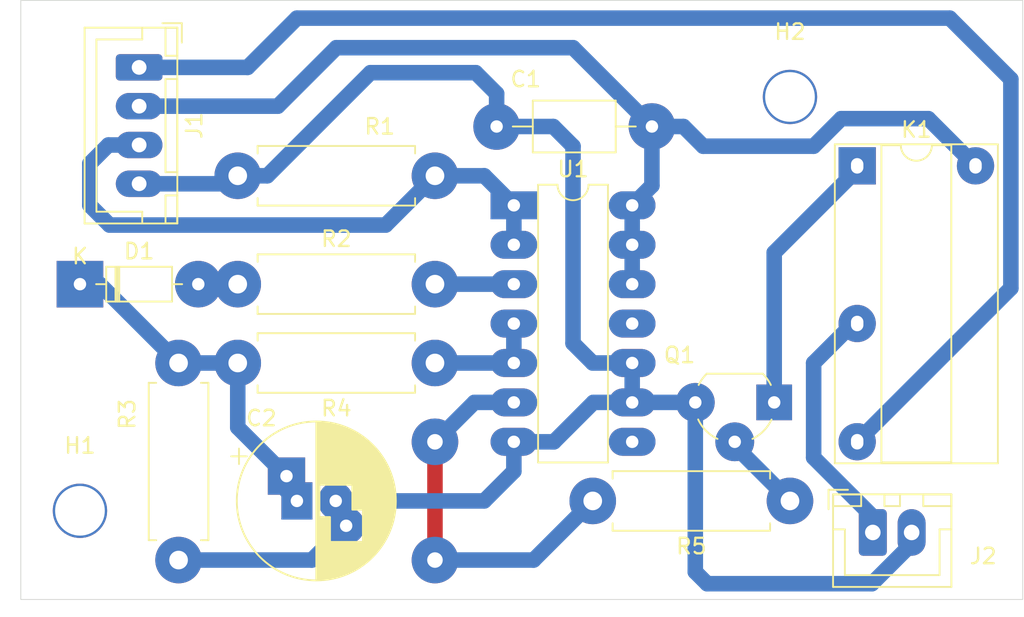
<source format=kicad_pcb>
(kicad_pcb (version 20210606) (generator pcbnew)
  (layers (0 "F.Cu" signal) (31 "B.Cu" signal) (34 "B.Paste" user) (35 "F.Paste" user) (36 "B.SilkS" user "B.Silkscreen") (37 "F.SilkS" user "F.Silkscreen") (38 "B.Mask" user) (39 "F.Mask" user) (44 "Edge.Cuts" user))
  (net 0 "")
  (net 1 "+5V")
  (net 2 "GND")
  (net 3 "Net-(C2-Pad1)")
  (net 4 "Net-(D1-Pad2)")
  (net 5 "Net-(Q1-Pad2)")
  (net 6 "Net-(J2-Pad1)")
  (net 7 "Net-(Q1-Pad1)")
  (net 8 "+24V")
  (net 9 "Net-(J1-Pad3)")
  (net 10 "Net-(R2-Pad2)")
  (net 11 "Net-(R4-Pad1)")
  (net 12 "Net-(R5-Pad2)")
  (footprint "Capacitor_THT:C_Axial_L5.1mm_D3.1mm_P10.00mm_Horizontal" (layer "F.Cu") (at 134.62 123.19 180)
    (fp_text reference "C1" (at 8.128 3.048) (layer "F.SilkS"))
    (fp_text value "100n")
    (fp_line (start 7.67 1.67) (end 7.67 -1.67) (layer "F.SilkS") (width 0.12))
    (fp_line (start 8.96 0) (end 7.67 0) (layer "F.SilkS") (width 0.12))
    (fp_line (start 2.33 1.67) (end 7.67 1.67) (layer "F.SilkS") (width 0.12))
    (fp_line (start 2.33 -1.67) (end 2.33 1.67) (layer "F.SilkS") (width 0.12))
    (fp_line (start 1.04 0) (end 2.33 0) (layer "F.SilkS") (width 0.12))
    (fp_line (start 7.67 -1.67) (end 2.33 -1.67) (layer "F.SilkS") (width 0.12))
    (pad "1" thru_hole circle locked (at 0 0 180) (size 3 3) (drill 0.8) (layers *.Cu *.Mask) (net 1 "+5V"))
    (pad "2" thru_hole oval locked (at 10 0 180) (size 3 3) (drill 0.8) (layers *.Cu *.Mask) (net 2 "GND"))
  )
  (footprint "Capacitor_THT:CP_Radial_D10.0mm_P2.50mm_P5.00mm" (layer "F.Cu") (at 111.76 147.32)
    (fp_text reference "C2" (at -2.286 -5.334) (layer "F.SilkS"))
    (fp_text value "220u")
    (fp_line (start 1.73 -5.058) (end 1.73 -1.04) (layer "F.SilkS") (width 0.12))
    (fp_line (start 2.771 -4.85) (end 2.771 -1.04) (layer "F.SilkS") (width 0.12))
    (fp_line (start 1.49 1.04) (end 1.49 5.075) (layer "F.SilkS") (width 0.12))
    (fp_line (start 2.531 2.64) (end 2.531 4.918) (layer "F.SilkS") (width 0.12))
    (fp_line (start 2.411 -4.947) (end 2.411 -1.04) (layer "F.SilkS") (width 0.12))
    (fp_line (start 3.251 2.64) (end 3.251 4.674) (layer "F.SilkS") (width 0.12))
    (fp_line (start 3.851 2.64) (end 3.851 4.371) (layer "F.SilkS") (width 0.12))
    (fp_line (start 2.931 2.64) (end 2.931 4.797) (layer "F.SilkS") (width 0.12))
    (fp_line (start 4.211 2.64) (end 4.211 4.138) (layer "F.SilkS") (width 0.12))
    (fp_line (start 5.931 -2.037) (end 5.931 2.037) (layer "F.SilkS") (width 0.12))
    (fp_line (start 2.131 -5.004) (end 2.131 -1.04) (layer "F.SilkS") (width 0.12))
    (fp_line (start 4.931 -3.52) (end 4.931 3.52) (layer "F.SilkS") (width 0.12))
    (fp_line (start 2.251 2.64) (end 2.251 4.982) (layer "F.SilkS") (width 0.12))
    (fp_line (start 2.171 -4.997) (end 2.171 -1.04) (layer "F.SilkS") (width 0.12))
    (fp_line (start 2.211 2.64) (end 2.211 4.99) (layer "F.SilkS") (width 0.12))
    (fp_line (start 3.811 -4.395) (end 3.811 0.56) (layer "F.SilkS") (width 0.12))
    (fp_line (start 2.091 -5.011) (end 2.091 -1.04) (layer "F.SilkS") (width 0.12))
    (fp_line (start 3.931 -4.323) (end 3.931 0.56) (layer "F.SilkS") (width 0.12))
    (fp_line (start 5.131 -3.301) (end 5.131 3.301) (layer "F.SilkS") (width 0.12))
    (fp_line (start 2.251 -4.982) (end 2.251 -1.04) (layer "F.SilkS") (width 0.12))
    (fp_line (start 2.011 -5.024) (end 2.011 -1.04) (layer "F.SilkS") (width 0.12))
    (fp_line (start 5.691 -2.51) (end 5.691 2.51) (layer "F.SilkS") (width 0.12))
    (fp_line (start 3.931 2.64) (end 3.931 4.323) (layer "F.SilkS") (width 0.12))
    (fp_line (start 3.291 -4.657) (end 3.291 -1.04) (layer "F.SilkS") (width 0.12))
    (fp_line (start 1.81 1.04) (end 1.81 5.05) (layer "F.SilkS") (width 0.12))
    (fp_line (start 2.611 2.64) (end 2.611 4.897) (layer "F.SilkS") (width 0.12))
    (fp_line (start 2.811 -4.837) (end 2.811 -1.04) (layer "F.SilkS") (width 0.12))
    (fp_line (start 6.051 -1.742) (end 6.051 1.742) (layer "F.SilkS") (width 0.12))
    (fp_line (start 3.411 -4.603) (end 3.411 -1.04) (layer "F.SilkS") (width 0.12))
    (fp_line (start 4.891 -3.561) (end 4.891 3.561) (layer "F.SilkS") (width 0.12))
    (fp_line (start 3.251 -4.674) (end 3.251 -1.04) (layer "F.SilkS") (width 0.12))
    (fp_line (start 4.851 -3.601) (end 4.851 3.601) (layer "F.SilkS") (width 0.12))
    (fp_line (start 4.011 -4.273) (end 4.011 0.56) (layer "F.SilkS") (width 0.12))
    (fp_line (start 3.091 2.64) (end 3.091 4.738) (layer "F.SilkS") (width 0.12))
    (fp_line (start 2.171 2.64) (end 2.171 4.997) (layer "F.SilkS") (width 0.12))
    (fp_line (start 1.25 -5.08) (end 1.25 5.08) (layer "F.SilkS") (width 0.12))
    (fp_line (start 1.65 1.04) (end 1.65 5.065) (layer "F.SilkS") (width 0.12))
    (fp_line (start 2.651 2.64) (end 2.651 4.885) (layer "F.SilkS") (width 0.12))
    (fp_line (start 3.611 -4.504) (end 3.611 0.56) (layer "F.SilkS") (width 0.12))
    (fp_line (start -3.729646 -3.375) (end -3.729646 -2.375) (layer "F.SilkS") (width 0.12))
    (fp_line (start 2.531 -4.918) (end 2.531 -1.04) (layer "F.SilkS") (width 0.12))
    (fp_line (start 3.171 -4.707) (end 3.171 -1.04) (layer "F.SilkS") (width 0.12))
    (fp_line (start 2.211 -4.99) (end 2.211 -1.04) (layer "F.SilkS") (width 0.12))
    (fp_line (start 1.69 1.04) (end 1.69 5.062) (layer "F.SilkS") (width 0.12))
    (fp_line (start 2.371 2.64) (end 2.371 4.956) (layer "F.SilkS") (width 0.12))
    (fp_line (start 2.811 2.64) (end 2.811 4.837) (layer "F.SilkS") (width 0.12))
    (fp_line (start 2.691 2.64) (end 2.691 4.874) (layer "F.SilkS") (width 0.12))
    (fp_line (start 2.771 2.64) (end 2.771 4.85) (layer "F.SilkS") (width 0.12))
    (fp_line (start 4.531 -3.892) (end 4.531 3.892) (layer "F.SilkS") (width 0.12))
    (fp_line (start 2.571 2.64) (end 2.571 4.907) (layer "F.SilkS") (width 0.12))
    (fp_line (start 1.65 -5.065) (end 1.65 -1.04) (layer "F.SilkS") (width 0.12))
    (fp_line (start 4.131 -4.194) (end 4.131 0.56) (layer "F.SilkS") (width 0.12))
    (fp_line (start 3.771 -4.417) (end 3.771 0.56) (layer "F.SilkS") (width 0.12))
    (fp_line (start 3.491 -4.564) (end 3.491 -1.04) (layer "F.SilkS") (width 0.12))
    (fp_line (start 2.571 -4.907) (end 2.571 -1.04) (layer "F.SilkS") (width 0.12))
    (fp_line (start 5.211 -3.206) (end 5.211 3.206) (layer "F.SilkS") (width 0.12))
    (fp_line (start 4.171 2.64) (end 4.171 4.166) (layer "F.SilkS") (width 0.12))
    (fp_line (start 3.731 -4.44) (end 3.731 0.56) (layer "F.SilkS") (width 0.12))
    (fp_line (start 3.811 2.64) (end 3.811 4.395) (layer "F.SilkS") (width 0.12))
    (fp_line (start 4.971 -3.478) (end 4.971 3.478) (layer "F.SilkS") (width 0.12))
    (fp_line (start 5.731 -2.439) (end 5.731 2.439) (layer "F.SilkS") (width 0.12))
    (fp_line (start 3.531 -4.545) (end 3.531 -1.04) (layer "F.SilkS") (width 0.12))
    (fp_line (start 1.33 -5.08) (end 1.33 5.08) (layer "F.SilkS") (width 0.12))
    (fp_line (start 1.37 -5.079) (end 1.37 5.079) (layer "F.SilkS") (width 0.12))
    (fp_line (start 5.771 -2.365) (end 5.771 2.365) (layer "F.SilkS") (width 0.12))
    (fp_line (start 2.291 -4.974) (end 2.291 -1.04) (layer "F.SilkS") (width 0.12))
    (fp_line (start 5.971 -1.944) (end 5.971 1.944) (layer "F.SilkS") (width 0.12))
    (fp_line (start 3.131 2.64) (end 3.131 4.723) (layer "F.SilkS") (width 0.12))
    (fp_line (start 1.57 1.04) (end 1.57 5.07) (layer "F.SilkS") (width 0.12))
    (fp_line (start 5.251 -3.156) (end 5.251 3.156) (layer "F.SilkS") (width 0.12))
    (fp_line (start 6.011 -1.846) (end 6.011 1.846) (layer "F.SilkS") (width 0.12))
    (fp_line (start 1.89 1.04) (end 1.89 5.04) (layer "F.SilkS") (width 0.12))
    (fp_line (start 3.371 -4.621) (end 3.371 -1.04) (layer "F.SilkS") (width 0.12))
    (fp_line (start 1.29 -5.08) (end 1.29 5.08) (layer "F.SilkS") (width 0.12))
    (fp_line (start 3.971 2.64) (end 3.971 4.298) (layer "F.SilkS") (width 0.12))
    (fp_line (start 5.291 -3.106) (end 5.291 3.106) (layer "F.SilkS") (width 0.12))
    (fp_line (start 3.651 2.64) (end 3.651 4.483) (layer "F.SilkS") (width 0.12))
    (fp_line (start 3.451 2.64) (end 3.451 4.584) (layer "F.SilkS") (width 0.12))
    (fp_line (start 2.931 -4.797) (end 2.931 -1.04) (layer "F.SilkS") (width 0.12))
    (fp_line (start 3.371 2.64) (end 3.371 4.621) (layer "F.SilkS") (width 0.12))
    (fp_line (start 3.771 2.64) (end 3.771 4.417) (layer "F.SilkS") (width 0.12))
    (fp_line (start 2.651 -4.885) (end 2.651 -1.04) (layer "F.SilkS") (width 0.12))
    (fp_line (start 3.491 2.64) (end 3.491 4.564) (layer "F.SilkS") (width 0.12))
    (fp_line (start 4.451 -3.957) (end 4.451 3.957) (layer "F.SilkS") (width 0.12))
    (fp_line (start 3.731 2.64) (end 3.731 4.44) (layer "F.SilkS") (width 0.12))
    (fp_line (start 4.571 -3.858) (end 4.571 3.858) (layer "F.SilkS") (width 0.12))
    (fp_line (start 6.091 -1.63) (end 6.091 1.63) (layer "F.SilkS") (width 0.12))
    (fp_line (start 1.93 -5.035) (end 1.93 -1.04) (layer "F.SilkS") (width 0.12))
    (fp_line (start 6.131 -1.51) (end 6.131 1.51) (layer "F.SilkS") (width 0.12))
    (fp_line (start 4.491 -3.925) (end 4.491 3.925) (layer "F.SilkS") (width 0.12))
    (fp_line (start 4.171 -4.166) (end 4.171 0.56) (layer "F.SilkS") (width 0.12))
    (fp_line (start 4.651 -3.789) (end 4.651 3.789) (layer "F.SilkS") (width 0.12))
    (fp_line (start 5.611 -2.645) (end 5.611 2.645) (layer "F.SilkS") (width 0.12))
    (fp_line (start 3.171 2.64) (end 3.171 4.707) (layer "F.SilkS") (width 0.12))
    (fp_line (start 3.611 2.64) (end 3.611 4.504) (layer "F.SilkS") (width 0.12))
    (fp_line (start 1.73 1.04) (end 1.73 5.058) (layer "F.SilkS") (width 0.12))
    (fp_line (start 3.531 2.64) (end 3.531 4.545) (layer "F.SilkS") (width 0.12))
    (fp_line (start 3.211 -4.69) (end 3.211 -1.04) (layer "F.SilkS") (width 0.12))
    (fp_line (start 5.331 -3.054) (end 5.331 3.054) (layer "F.SilkS") (width 0.12))
    (fp_line (start 2.331 2.64) (end 2.331 4.965) (layer "F.SilkS") (width 0.12))
    (fp_line (start 1.971 -5.03) (end 1.971 -1.04) (layer "F.SilkS") (width 0.12))
    (fp_line (start 2.291 2.64) (end 2.291 4.974) (layer "F.SilkS") (width 0.12))
    (fp_line (start 2.051 1.04) (end 2.051 5.018) (layer "F.SilkS") (width 0.12))
    (fp_line (start 4.811 -3.64) (end 4.811 3.64) (layer "F.SilkS") (width 0.12))
    (fp_line (start 3.331 -4.639) (end 3.331 -1.04) (layer "F.SilkS") (width 0.12))
    (fp_line (start 4.291 -4.08) (end 4.291 4.08) (layer "F.SilkS") (width 0.12))
    (fp_line (start 3.051 2.64) (end 3.051 4.754) (layer "F.SilkS") (width 0.12))
    (fp_line (start 3.651 -4.483) (end 3.651 0.56) (layer "F.SilkS") (width 0.12))
    (fp_line (start 4.051 2.64) (end 4.051 4.247) (layer "F.SilkS") (width 0.12))
    (fp_line (start 5.451 -2.889) (end 5.451 2.889) (layer "F.SilkS") (width 0.12))
    (fp_line (start 1.77 -5.054) (end 1.77 -1.04) (layer "F.SilkS") (width 0.12))
    (fp_line (start -4.229646 -2.875) (end -3.229646 -2.875) (layer "F.SilkS") (width 0.12))
    (fp_line (start 2.091 1.04) (end 2.091 5.011) (layer "F.SilkS") (width 0.12))
    (fp_line (start 3.851 -4.371) (end 3.851 0.56) (layer "F.SilkS") (width 0.12))
    (fp_line (start 3.691 -4.462) (end 3.691 0.56) (layer "F.SilkS") (width 0.12))
    (fp_line (start 4.091 -4.221) (end 4.091 0.56) (layer "F.SilkS") (width 0.12))
    (fp_line (start 4.011 2.64) (end 4.011 4.273) (layer "F.SilkS") (width 0.12))
    (fp_line (start 4.691 -3.753) (end 4.691 3.753) (layer "F.SilkS") (width 0.12))
    (fp_line (start 4.091 2.64) (end 4.091 4.221) (layer "F.SilkS") (width 0.12))
    (fp_line (start 2.371 -4.956) (end 2.371 -1.04) (layer "F.SilkS") (width 0.12))
    (fp_line (start 2.891 2.64) (end 2.891 4.811) (layer "F.SilkS") (width 0.12))
    (fp_line (start 4.251 -4.11) (end 4.251 4.11) (layer "F.SilkS") (width 0.12))
    (fp_line (start 5.411 -2.945) (end 5.411 2.945) (layer "F.SilkS") (width 0.12))
    (fp_line (start 3.051 -4.754) (end 3.051 -1.04) (layer "F.SilkS") (width 0.12))
    (fp_line (start 1.93 1.04) (end 1.93 5.035) (layer "F.SilkS") (width 0.12))
    (fp_line (start 4.211 -4.138) (end 4.211 0.56) (layer "F.SilkS") (width 0.12))
    (fp_line (start 5.051 -3.392) (end 5.051 3.392) (layer "F.SilkS") (width 0.12))
    (fp_line (start 5.891 -2.125) (end 5.891 2.125) (layer "F.SilkS") (width 0.12))
    (fp_line (start 3.011 2.64) (end 3.011 4.768) (layer "F.SilkS") (width 0.12))
    (fp_line (start 4.771 -3.679) (end 4.771 3.679) (layer "F.SilkS") (width 0.12))
    (fp_line (start 1.89 -5.04) (end 1.89 -1.04) (layer "F.SilkS") (width 0.12))
    (fp_line (start 5.651 -2.579) (end 5.651 2.579) (layer "F.SilkS") (width 0.12))
    (fp_line (start 1.61 1.04) (end 1.61 5.068) (layer "F.SilkS") (width 0.12))
    (fp_line (start 5.091 -3.347) (end 5.091 3.347) (layer "F.SilkS") (width 0.12))
    (fp_line (start 4.371 -4.02) (end 4.371 4.02) (layer "F.SilkS") (width 0.12))
    (fp_line (start 3.011 -4.768) (end 3.011 -1.04) (layer "F.SilkS") (width 0.12))
    (fp_line (start 3.891 2.64) (end 3.891 4.347) (layer "F.SilkS") (width 0.12))
    (fp_line (start 6.211 -1.23) (end 6.211 1.23) (layer "F.SilkS") (width 0.12))
    (fp_line (start 1.971 1.04) (end 1.971 5.03) (layer "F.SilkS") (width 0.12))
    (fp_line (start 3.091 -4.738) (end 3.091 -1.04) (layer "F.SilkS") (width 0.12))
    (fp_line (start 3.411 2.64) (end 3.411 4.603) (layer "F.SilkS") (width 0.12))
    (fp_line (start 3.211 2.64) (end 3.211 4.69) (layer "F.SilkS") (width 0.12))
    (fp_line (start 1.85 1.04) (end 1.85 5.045) (layer "F.SilkS") (width 0.12))
    (fp_line (start 5.171 -3.254) (end 5.171 3.254) (layer "F.SilkS") (width 0.12))
    (fp_line (start 2.451 2.64) (end 2.451 4.938) (layer "F.SilkS") (width 0.12))
    (fp_line (start 5.491 -2.83) (end 5.491 2.83) (layer "F.SilkS") (width 0.12))
    (fp_line (start 1.69 -5.062) (end 1.69 -1.04) (layer "F.SilkS") (width 0.12))
    (fp_line (start 5.811 -2.289) (end 5.811 2.289) (layer "F.SilkS") (width 0.12))
    (fp_line (start 6.331 -0.599) (end 6.331 0.599) (layer "F.SilkS") (width 0.12))
    (fp_line (start 4.131 2.64) (end 4.131 4.194) (layer "F.SilkS") (width 0.12))
    (fp_line (start 2.611 -4.897) (end 2.611 -1.04) (layer "F.SilkS") (width 0.12))
    (fp_line (start 2.051 -5.018) (end 2.051 -1.04) (layer "F.SilkS") (width 0.12))
    (fp_line (start 1.81 -5.05) (end 1.81 -1.04) (layer "F.SilkS") (width 0.12))
    (fp_line (start 2.491 2.64) (end 2.491 4.928) (layer "F.SilkS") (width 0.12))
    (fp_line (start 1.61 -5.068) (end 1.61 -1.04) (layer "F.SilkS") (width 0.12))
    (fp_line (start 3.691 2.64) (end 3.691 4.462) (layer "F.SilkS") (width 0.12))
    (fp_line (start 1.45 -5.077) (end 1.45 5.077) (layer "F.SilkS") (width 0.12))
    (fp_line (start 6.251 -1.062) (end 6.251 1.062) (layer "F.SilkS") (width 0.12))
    (fp_line (start 3.891 -4.347) (end 3.891 0.56) (layer "F.SilkS") (width 0.12))
    (fp_line (start 5.571 -2.709) (end 5.571 2.709) (layer "F.SilkS") (width 0.12))
    (fp_line (start 1.85 -5.045) (end 1.85 -1.04) (layer "F.SilkS") (width 0.12))
    (fp_line (start 4.611 -3.824) (end 4.611 3.824) (layer "F.SilkS") (width 0.12))
    (fp_line (start 4.731 -3.716) (end 4.731 3.716) (layer "F.SilkS") (width 0.12))
    (fp_line (start 3.571 -4.525) (end 3.571 0.56) (layer "F.SilkS") (width 0.12))
    (fp_line (start 2.451 -4.938) (end 2.451 -1.04) (layer "F.SilkS") (width 0.12))
    (fp_line (start 5.851 -2.209) (end 5.851 2.209) (layer "F.SilkS") (width 0.12))
    (fp_line (start 1.53 1.04) (end 1.53 5.073) (layer "F.SilkS") (width 0.12))
    (fp_line (start 3.971 -4.298) (end 3.971 0.56) (layer "F.SilkS") (width 0.12))
    (fp_line (start 2.971 2.64) (end 2.971 4.783) (layer "F.SilkS") (width 0.12))
    (fp_line (start 2.971 -4.783) (end 2.971 -1.04) (layer "F.SilkS") (width 0.12))
    (fp_line (start 2.331 -4.965) (end 2.331 -1.04) (layer "F.SilkS") (width 0.12))
    (fp_line (start 2.891 -4.811) (end 2.891 -1.04) (layer "F.SilkS") (width 0.12))
    (fp_line (start 3.571 2.64) (end 3.571 4.525) (layer "F.SilkS") (width 0.12))
    (fp_line (start 2.731 -4.862) (end 2.731 -1.04) (layer "F.SilkS") (width 0.12))
    (fp_line (start 3.291 2.64) (end 3.291 4.657) (layer "F.SilkS") (width 0.12))
    (fp_line (start 2.851 2.64) (end 2.851 4.824) (layer "F.SilkS") (width 0.12))
    (fp_line (start 2.491 -4.928) (end 2.491 -1.04) (layer "F.SilkS") (width 0.12))
    (fp_line (start 1.41 -5.078) (end 1.41 5.078) (layer "F.SilkS") (width 0.12))
    (fp_line (start 5.371 -3) (end 5.371 3) (layer "F.SilkS") (width 0.12))
    (fp_line (start 2.851 -4.824) (end 2.851 -1.04) (layer "F.SilkS") (width 0.12))
    (fp_line (start 1.77 1.04) (end 1.77 5.054) (layer "F.SilkS") (width 0.12))
    (fp_line (start 2.691 -4.874) (end 2.691 -1.04) (layer "F.SilkS") (width 0.12))
    (fp_line (start 6.171 -1.378) (end 6.171 1.378) (layer "F.SilkS") (width 0.12))
    (fp_line (start 3.451 -4.584) (end 3.451 -1.04) (layer "F.SilkS") (width 0.12))
    (fp_line (start 2.131 1.04) (end 2.131 5.004) (layer "F.SilkS") (width 0.12))
    (fp_line (start 4.411 -3.989) (end 4.411 3.989) (layer "F.SilkS") (width 0.12))
    (fp_line (start 1.57 -5.07) (end 1.57 -1.04) (layer "F.SilkS") (width 0.12))
    (fp_line (start 4.331 -4.05) (end 4.331 4.05) (layer "F.SilkS") (width 0.12))
    (fp_line (start 2.411 2.64) (end 2.411 4.947) (layer "F.SilkS") (width 0.12))
    (fp_line (start 3.331 2.64) (end 3.331 4.639) (layer "F.SilkS") (width 0.12))
    (fp_line (start 1.49 -5.075) (end 1.49 -1.04) (layer "F.SilkS") (width 0.12))
    (fp_line (start 5.011 -3.436) (end 5.011 3.436) (layer "F.SilkS") (width 0.12))
    (fp_line (start 6.291 -0.862) (end 6.291 0.862) (layer "F.SilkS") (width 0.12))
    (fp_line (start 3.131 -4.723) (end 3.131 -1.04) (layer "F.SilkS") (width 0.12))
    (fp_line (start 1.53 -5.073) (end 1.53 -1.04) (layer "F.SilkS") (width 0.12))
    (fp_line (start 5.531 -2.77) (end 5.531 2.77) (layer "F.SilkS") (width 0.12))
    (fp_line (start 2.731 2.64) (end 2.731 4.862) (layer "F.SilkS") (width 0.12))
    (fp_line (start 2.011 1.04) (end 2.011 5.024) (layer "F.SilkS") (width 0.12))
    (fp_line (start 4.051 -4.247) (end 4.051 0.56) (layer "F.SilkS") (width 0.12))
    (fp_circle (center 1.25 0) (end 6.37 0) (layer "F.SilkS") (width 0.12) (fill none))
    (pad "1" thru_hole rect locked (at -0.670937 -1.6) (size 2.4 2.4) (drill 0.8) (layers *.Cu *.Mask) (net 3 "Net-(C2-Pad1)"))
    (pad "1" thru_hole rect locked (at 0 0) (size 2 2.4) (drill 0.8) (layers *.Cu *.Mask) (net 3 "Net-(C2-Pad1)"))
    (pad "2" thru_hole circle locked (at 3.170937 1.6) (size 2.4 2.4) (drill 0.8) (layers *.Cu *.Mask) (net 2 "GND"))
    (pad "2" thru_hole oval locked (at 2.5 0) (size 2.2 2.4) (drill 0.8) (layers *.Cu *.Mask) (net 2 "GND"))
  )
  (footprint "Diode_THT:D_DO-35_SOD27_P7.62mm_Horizontal" (layer "F.Cu") (at 97.79 133.35)
    (fp_text reference "D1" (at 3.81 -2.12) (layer "F.SilkS"))
    (fp_text value "1N4148")
    (fp_text user "K" (at 0 -1.8) (layer "F.SilkS"))
    (fp_line (start 1.69 1.12) (end 5.93 1.12) (layer "F.SilkS") (width 0.12))
    (fp_line (start 2.53 -1.12) (end 2.53 1.12) (layer "F.SilkS") (width 0.12))
    (fp_line (start 6.58 0) (end 5.93 0) (layer "F.SilkS") (width 0.12))
    (fp_line (start 5.93 -1.12) (end 1.69 -1.12) (layer "F.SilkS") (width 0.12))
    (fp_line (start 2.41 -1.12) (end 2.41 1.12) (layer "F.SilkS") (width 0.12))
    (fp_line (start 2.29 -1.12) (end 2.29 1.12) (layer "F.SilkS") (width 0.12))
    (fp_line (start 1.04 0) (end 1.69 0) (layer "F.SilkS") (width 0.12))
    (fp_line (start 1.69 -1.12) (end 1.69 1.12) (layer "F.SilkS") (width 0.12))
    (fp_line (start 5.93 1.12) (end 5.93 -1.12) (layer "F.SilkS") (width 0.12))
    (pad "1" thru_hole rect locked (at 0 0) (size 3 3) (drill 0.8) (layers *.Cu *.Mask) (net 3 "Net-(C2-Pad1)"))
    (pad "2" thru_hole oval locked (at 7.62 0) (size 3 3) (drill 0.8) (layers *.Cu *.Mask) (net 4 "Net-(D1-Pad2)"))
  )
  (footprint "Connector_JST:JST_XH_B02B-XH-A_1x02_P2.50mm_Vertical" (layer "F.Cu") (at 148.844 149.352)
    (fp_text reference "J2" (at 7.112 1.524) (layer "F.SilkS"))
    (fp_text value "Conn_01x02")
    (fp_line (start 1.75 -1.7) (end 1.75 -2.45) (layer "F.SilkS") (width 0.12))
    (fp_line (start -0.75 -2.45) (end -2.55 -2.45) (layer "F.SilkS") (width 0.12))
    (fp_line (start 0.75 -2.45) (end 0.75 -1.7) (layer "F.SilkS") (width 0.12))
    (fp_line (start 5.06 -2.46) (end -2.56 -2.46) (layer "F.SilkS") (width 0.12))
    (fp_line (start -2.55 -0.2) (end -1.8 -0.2) (layer "F.SilkS") (width 0.12))
    (fp_line (start -0.75 -1.7) (end -0.75 -2.45) (layer "F.SilkS") (width 0.12))
    (fp_line (start 5.06 3.51) (end 5.06 -2.46) (layer "F.SilkS") (width 0.12))
    (fp_line (start -2.55 -2.45) (end -2.55 -1.7) (layer "F.SilkS") (width 0.12))
    (fp_line (start 4.3 -0.2) (end 4.3 2.75) (layer "F.SilkS") (width 0.12))
    (fp_line (start 3.25 -1.7) (end 5.05 -1.7) (layer "F.SilkS") (width 0.12))
    (fp_line (start -1.8 -0.2) (end -1.8 2.75) (layer "F.SilkS") (width 0.12))
    (fp_line (start 0.75 -1.7) (end 1.75 -1.7) (layer "F.SilkS") (width 0.12))
    (fp_line (start -1.8 2.75) (end 1.25 2.75) (layer "F.SilkS") (width 0.12))
    (fp_line (start 3.25 -2.45) (end 3.25 -1.7) (layer "F.SilkS") (width 0.12))
    (fp_line (start -2.56 -2.46) (end -2.56 3.51) (layer "F.SilkS") (width 0.12))
    (fp_line (start 5.05 -1.7) (end 5.05 -2.45) (layer "F.SilkS") (width 0.12))
    (fp_line (start -2.85 -2.75) (end -2.85 -1.5) (layer "F.SilkS") (width 0.12))
    (fp_line (start 4.3 2.75) (end 1.25 2.75) (layer "F.SilkS") (width 0.12))
    (fp_line (start -2.55 -1.7) (end -0.75 -1.7) (layer "F.SilkS") (width 0.12))
    (fp_line (start -2.56 3.51) (end 5.06 3.51) (layer "F.SilkS") (width 0.12))
    (fp_line (start 5.05 -0.2) (end 4.3 -0.2) (layer "F.SilkS") (width 0.12))
    (fp_line (start -1.6 -2.75) (end -2.85 -2.75) (layer "F.SilkS") (width 0.12))
    (fp_line (start 1.75 -2.45) (end 0.75 -2.45) (layer "F.SilkS") (width 0.12))
    (fp_line (start 5.05 -2.45) (end 3.25 -2.45) (layer "F.SilkS") (width 0.12))
    (pad "1" thru_hole roundrect locked (at 0 0) (size 1.8 3) (drill 1) (layers *.Cu *.Mask) (roundrect_rratio 0.147) (net 6 "Net-(J2-Pad1)"))
    (pad "2" thru_hole oval locked (at 2.5 0) (size 1.8 3) (drill 1) (layers *.Cu *.Mask) (net 2 "GND"))
  )
  (footprint "Package_TO_SOT_THT:TO-92_Wide" (layer "F.Cu") (at 142.494 140.97 180)
    (fp_text reference "Q1" (at 6.096 3.048 180) (layer "F.SilkS"))
    (fp_text value "BC547")
    (fp_line (start 0.74 1.85) (end 4.34 1.85) (layer "F.SilkS") (width 0.12))
    (fp_arc (start 2.54 0) (end 0.74 1.85) (angle 20) (layer "F.SilkS") (width 0.12))
    (fp_arc (start 2.54 0) (end 4.34 1.85) (angle -20) (layer "F.SilkS") (width 0.12))
    (fp_arc (start 2.54 0) (end 3.65 -2.35) (angle 39.71668247) (layer "F.SilkS") (width 0.12))
    (fp_arc (start 2.54 0) (end 1.4 -2.35) (angle -39.12170074) (layer "F.SilkS") (width 0.12))
    (pad "1" thru_hole rect locked (at 0 0 270) (size 2.3 2.3) (drill 0.8) (layers *.Cu *.Mask) (net 7 "Net-(Q1-Pad1)"))
    (pad "2" thru_hole circle locked (at 2.54 -2.54 270) (size 2.5 2.5) (drill 0.8) (layers *.Cu *.Mask) (net 5 "Net-(Q1-Pad2)"))
    (pad "3" thru_hole circle locked (at 5.08 0 180) (size 2.5 2.5) (drill 0.8) (layers *.Cu *.Mask) (net 2 "GND"))
  )
  (footprint "Resistor_THT:R_Axial_DIN0411_L9.9mm_D3.6mm_P12.70mm_Horizontal" (layer "F.Cu") (at 120.65 126.365 180)
    (fp_text reference "R1" (at 3.556 3.175) (layer "F.SilkS"))
    (fp_text value "4k7")
    (fp_line (start 11.42 1.92) (end 11.42 1.44) (layer "F.SilkS") (width 0.12))
    (fp_line (start 11.42 -1.92) (end 11.42 -1.44) (layer "F.SilkS") (width 0.12))
    (fp_line (start 1.28 1.92) (end 11.42 1.92) (layer "F.SilkS") (width 0.12))
    (fp_line (start 1.28 -1.92) (end 11.42 -1.92) (layer "F.SilkS") (width 0.12))
    (fp_line (start 1.28 -1.44) (end 1.28 -1.92) (layer "F.SilkS") (width 0.12))
    (fp_line (start 1.28 1.44) (end 1.28 1.92) (layer "F.SilkS") (width 0.12))
    (pad "1" thru_hole circle locked (at 0 0 180) (size 3 3) (drill 1.2) (layers *.Cu *.Mask) (net 9 "Net-(J1-Pad3)"))
    (pad "2" thru_hole oval locked (at 12.7 0 180) (size 3 3) (drill 1.2) (layers *.Cu *.Mask) (net 2 "GND"))
  )
  (footprint "Resistor_THT:R_Axial_DIN0411_L9.9mm_D3.6mm_P12.70mm_Horizontal" (layer "F.Cu") (at 107.95 133.35)
    (fp_text reference "R2" (at 6.35 -2.92) (layer "F.SilkS"))
    (fp_text value "100")
    (fp_line (start 11.42 1.92) (end 11.42 1.44) (layer "F.SilkS") (width 0.12))
    (fp_line (start 1.28 -1.44) (end 1.28 -1.92) (layer "F.SilkS") (width 0.12))
    (fp_line (start 1.28 1.92) (end 11.42 1.92) (layer "F.SilkS") (width 0.12))
    (fp_line (start 1.28 1.44) (end 1.28 1.92) (layer "F.SilkS") (width 0.12))
    (fp_line (start 11.42 -1.92) (end 11.42 -1.44) (layer "F.SilkS") (width 0.12))
    (fp_line (start 1.28 -1.92) (end 11.42 -1.92) (layer "F.SilkS") (width 0.12))
    (pad "1" thru_hole circle locked (at 0 0) (size 3 3) (drill 1.2) (layers *.Cu *.Mask) (net 4 "Net-(D1-Pad2)"))
    (pad "2" thru_hole oval locked (at 12.7 0) (size 3 3) (drill 1.2) (layers *.Cu *.Mask) (net 10 "Net-(R2-Pad2)"))
  )
  (footprint "Resistor_THT:R_Axial_DIN0411_L9.9mm_D3.6mm_P12.70mm_Horizontal" (layer "F.Cu") (at 104.14 138.43 -90)
    (fp_text reference "R3" (at 3.302 3.302 90) (layer "F.SilkS"))
    (fp_text value "1M")
    (fp_line (start 1.28 -1.92) (end 11.42 -1.92) (layer "F.SilkS") (width 0.12))
    (fp_line (start 1.28 -1.44) (end 1.28 -1.92) (layer "F.SilkS") (width 0.12))
    (fp_line (start 11.42 1.92) (end 11.42 1.44) (layer "F.SilkS") (width 0.12))
    (fp_line (start 11.42 -1.92) (end 11.42 -1.44) (layer "F.SilkS") (width 0.12))
    (fp_line (start 1.28 1.44) (end 1.28 1.92) (layer "F.SilkS") (width 0.12))
    (fp_line (start 1.28 1.92) (end 11.42 1.92) (layer "F.SilkS") (width 0.12))
    (pad "1" thru_hole circle locked (at 0 0 270) (size 3 3) (drill 1.2) (layers *.Cu *.Mask) (net 3 "Net-(C2-Pad1)"))
    (pad "2" thru_hole oval locked (at 12.7 0 270) (size 3 3) (drill 1.2) (layers *.Cu *.Mask) (net 2 "GND"))
  )
  (footprint "Resistor_THT:R_Axial_DIN0411_L9.9mm_D3.6mm_P12.70mm_Horizontal" (layer "F.Cu") (at 120.65 138.43 180)
    (fp_text reference "R4" (at 6.35 -2.92) (layer "F.SilkS"))
    (fp_text value "1k")
    (fp_line (start 1.28 -1.44) (end 1.28 -1.92) (layer "F.SilkS") (width 0.12))
    (fp_line (start 1.28 1.44) (end 1.28 1.92) (layer "F.SilkS") (width 0.12))
    (fp_line (start 1.28 -1.92) (end 11.42 -1.92) (layer "F.SilkS") (width 0.12))
    (fp_line (start 11.42 -1.92) (end 11.42 -1.44) (layer "F.SilkS") (width 0.12))
    (fp_line (start 11.42 1.92) (end 11.42 1.44) (layer "F.SilkS") (width 0.12))
    (fp_line (start 1.28 1.92) (end 11.42 1.92) (layer "F.SilkS") (width 0.12))
    (pad "1" thru_hole circle locked (at 0 0 180) (size 3 3) (drill 1.2) (layers *.Cu *.Mask) (net 11 "Net-(R4-Pad1)"))
    (pad "2" thru_hole oval locked (at 12.7 0 180) (size 3 3) (drill 1.2) (layers *.Cu *.Mask) (net 3 "Net-(C2-Pad1)"))
  )
  (footprint "Resistor_THT:R_Axial_DIN0411_L9.9mm_D3.6mm_P12.70mm_Horizontal" (layer "F.Cu") (at 143.51 147.32 180)
    (fp_text reference "R5" (at 6.35 -2.92) (layer "F.SilkS"))
    (fp_text value "1k")
    (fp_line (start 1.28 -1.44) (end 1.28 -1.92) (layer "F.SilkS") (width 0.12))
    (fp_line (start 1.28 -1.92) (end 11.42 -1.92) (layer "F.SilkS") (width 0.12))
    (fp_line (start 1.28 1.44) (end 1.28 1.92) (layer "F.SilkS") (width 0.12))
    (fp_line (start 11.42 -1.92) (end 11.42 -1.44) (layer "F.SilkS") (width 0.12))
    (fp_line (start 11.42 1.92) (end 11.42 1.44) (layer "F.SilkS") (width 0.12))
    (fp_line (start 1.28 1.92) (end 11.42 1.92) (layer "F.SilkS") (width 0.12))
    (pad "1" thru_hole circle locked (at 0 0 180) (size 3 3) (drill 1.2) (layers *.Cu *.Mask) (net 5 "Net-(Q1-Pad2)"))
    (pad "2" thru_hole oval locked (at 12.7 0 180) (size 3 3) (drill 1.2) (layers *.Cu *.Mask) (net 12 "Net-(R5-Pad2)"))
  )
  (footprint "Package_DIP:DIP-14_W7.62mm_LongPads" (layer "F.Cu") (at 125.73 128.27)
    (fp_text reference "U1" (at 3.81 -2.33) (layer "F.SilkS"))
    (fp_text value "74HC08")
    (fp_line (start 6.06 16.57) (end 6.06 -1.33) (layer "F.SilkS") (width 0.12))
    (fp_line (start 1.56 16.57) (end 6.06 16.57) (layer "F.SilkS") (width 0.12))
    (fp_line (start 2.81 -1.33) (end 1.56 -1.33) (layer "F.SilkS") (width 0.12))
    (fp_line (start 6.06 -1.33) (end 4.81 -1.33) (layer "F.SilkS") (width 0.12))
    (fp_line (start 1.56 -1.33) (end 1.56 16.57) (layer "F.SilkS") (width 0.12))
    (fp_arc (start 3.81 -1.33) (end 2.81 -1.33) (angle -180) (layer "F.SilkS") (width 0.12))
    (pad "1" thru_hole rect locked (at 0 0) (size 3 1.8) (drill 0.8) (layers *.Cu *.Mask) (net 9 "Net-(J1-Pad3)"))
    (pad "2" thru_hole oval locked (at 0 2.54) (size 3 1.8) (drill 0.8) (layers *.Cu *.Mask) (net 9 "Net-(J1-Pad3)"))
    (pad "3" thru_hole oval locked (at 0 5.08) (size 3 1.8) (drill 0.8) (layers *.Cu *.Mask) (net 10 "Net-(R2-Pad2)"))
    (pad "4" thru_hole oval locked (at 0 7.62) (size 3 1.8) (drill 0.8) (layers *.Cu *.Mask) (net 11 "Net-(R4-Pad1)"))
    (pad "5" thru_hole oval locked (at 0 10.16) (size 3 1.8) (drill 0.8) (layers *.Cu *.Mask) (net 11 "Net-(R4-Pad1)"))
    (pad "6" thru_hole oval locked (at 0 12.7) (size 3 1.8) (drill 0.8) (layers *.Cu *.Mask) (net 12 "Net-(R5-Pad2)"))
    (pad "7" thru_hole oval locked (at 0 15.24) (size 3 1.8) (drill 0.8) (layers *.Cu *.Mask) (net 2 "GND"))
    (pad "8" thru_hole oval locked (at 7.62 15.24) (size 3 1.8) (drill 0.8) (layers *.Cu *.Mask))
    (pad "9" thru_hole oval locked (at 7.62 12.7) (size 3 1.8) (drill 0.8) (layers *.Cu *.Mask) (net 2 "GND"))
    (pad "10" thru_hole oval locked (at 7.62 10.16) (size 3 1.8) (drill 0.8) (layers *.Cu *.Mask) (net 2 "GND"))
    (pad "11" thru_hole oval locked (at 7.62 7.62) (size 3 1.8) (drill 0.8) (layers *.Cu *.Mask))
    (pad "12" thru_hole oval locked (at 7.62 5.08) (size 3 1.8) (drill 0.8) (layers *.Cu *.Mask) (net 1 "+5V"))
    (pad "13" thru_hole oval locked (at 7.62 2.54) (size 3 1.8) (drill 0.8) (layers *.Cu *.Mask) (net 1 "+5V"))
    (pad "14" thru_hole oval locked (at 7.62 0) (size 3 1.8) (drill 0.8) (layers *.Cu *.Mask) (net 1 "+5V"))
  )
  (footprint "MountingHole:MountingHole_3.2mm_M3" (layer "F.Cu") (at 97.79 147.955)
    (fp_text reference "H1" (at 0 -4.2) (layer "F.SilkS"))
    (fp_text value "MountingHole")
    (pad "" np_thru_hole circle locked (at 0 0) (size 3.5 3.5) (drill 3.2) (layers *.Cu *.Mask))
  )
  (footprint "MountingHole:MountingHole_3.2mm_M3" (layer "F.Cu") (at 143.51 121.285)
    (fp_text reference "H2" (at 0 -4.2) (layer "F.SilkS"))
    (fp_text value "MountingHole")
    (pad "" np_thru_hole circle locked (at 0 0) (size 3.5 3.5) (drill 3.2) (layers *.Cu *.Mask))
  )
  (footprint "Connector_JST:JST_XH_B04B-XH-A_1x04_P2.50mm_Vertical" (layer "F.Cu") (at 101.6 119.38 -90)
    (fp_text reference "J1" (at 3.75 -3.55 90) (layer "F.SilkS"))
    (fp_text value "JST XH")
    (fp_line (start 9.3 2.75) (end 3.75 2.75) (layer "F.SilkS") (width 0.12))
    (fp_line (start 8.25 -2.45) (end 8.25 -1.7) (layer "F.SilkS") (width 0.12))
    (fp_line (start 0.75 -1.7) (end 6.75 -1.7) (layer "F.SilkS") (width 0.12))
    (fp_line (start 6.75 -2.45) (end 0.75 -2.45) (layer "F.SilkS") (width 0.12))
    (fp_line (start -1.8 -0.2) (end -1.8 2.75) (layer "F.SilkS") (width 0.12))
    (fp_line (start -1.8 2.75) (end 3.75 2.75) (layer "F.SilkS") (width 0.12))
    (fp_line (start 9.3 -0.2) (end 9.3 2.75) (layer "F.SilkS") (width 0.12))
    (fp_line (start -2.56 3.51) (end 10.06 3.51) (layer "F.SilkS") (width 0.12))
    (fp_line (start 8.25 -1.7) (end 10.05 -1.7) (layer "F.SilkS") (width 0.12))
    (fp_line (start -0.75 -2.45) (end -2.55 -2.45) (layer "F.SilkS") (width 0.12))
    (fp_line (start -2.56 -2.46) (end -2.56 3.51) (layer "F.SilkS") (width 0.12))
    (fp_line (start 10.06 3.51) (end 10.06 -2.46) (layer "F.SilkS") (width 0.12))
    (fp_line (start 10.06 -2.46) (end -2.56 -2.46) (layer "F.SilkS") (width 0.12))
    (fp_line (start -2.55 -2.45) (end -2.55 -1.7) (layer "F.SilkS") (width 0.12))
    (fp_line (start -1.6 -2.75) (end -2.85 -2.75) (layer "F.SilkS") (width 0.12))
    (fp_line (start 10.05 -1.7) (end 10.05 -2.45) (layer "F.SilkS") (width 0.12))
    (fp_line (start -0.75 -1.7) (end -0.75 -2.45) (layer "F.SilkS") (width 0.12))
    (fp_line (start 0.75 -2.45) (end 0.75 -1.7) (layer "F.SilkS") (width 0.12))
    (fp_line (start -2.55 -0.2) (end -1.8 -0.2) (layer "F.SilkS") (width 0.12))
    (fp_line (start 10.05 -0.2) (end 9.3 -0.2) (layer "F.SilkS") (width 0.12))
    (fp_line (start -2.55 -1.7) (end -0.75 -1.7) (layer "F.SilkS") (width 0.12))
    (fp_line (start 10.05 -2.45) (end 8.25 -2.45) (layer "F.SilkS") (width 0.12))
    (fp_line (start -2.85 -2.75) (end -2.85 -1.5) (layer "F.SilkS") (width 0.12))
    (fp_line (start 6.75 -1.7) (end 6.75 -2.45) (layer "F.SilkS") (width 0.12))
    (pad "1" thru_hole roundrect locked (at 0 0 270) (size 1.7 3) (drill 0.95) (layers *.Cu *.Mask) (roundrect_rratio 0.147) (net 8 "+24V"))
    (pad "2" thru_hole oval locked (at 2.5 0 270) (size 1.7 3) (drill 0.95) (layers *.Cu *.Mask) (net 1 "+5V"))
    (pad "3" thru_hole oval locked (at 5 0 270) (size 1.7 3) (drill 0.95) (layers *.Cu *.Mask) (net 9 "Net-(J1-Pad3)"))
    (pad "4" thru_hole oval locked (at 7.5 0 270) (size 1.7 3) (drill 0.95) (layers *.Cu *.Mask) (net 2 "GND"))
  )
  (footprint "Exhaustcontrol:DIL-relay" (layer "F.Cu") (at 147.838 125.725)
    (fp_text reference "K1" (at 3.81 -2.33) (layer "F.SilkS"))
    (fp_text value "UMS05-1A80-75D")
    (fp_line (start 6.06 -1.33) (end 4.81 -1.33) (layer "F.SilkS") (width 0.12))
    (fp_line (start 1.56 -1.33) (end 1.56 19.11) (layer "F.SilkS") (width 0.12))
    (fp_line (start 1.56 19.11) (end 6.06 19.11) (layer "F.SilkS") (width 0.12))
    (fp_line (start 6.06 19.11) (end 6.06 -1.33) (layer "F.SilkS") (width 0.12))
    (fp_line (start -1.44 19.17) (end 9.06 19.17) (layer "F.SilkS") (width 0.12))
    (fp_line (start 9.06 -1.39) (end -1.44 -1.39) (layer "F.SilkS") (width 0.12))
    (fp_line (start 9.06 19.17) (end 9.06 -1.39) (layer "F.SilkS") (width 0.12))
    (fp_line (start -1.44 -1.39) (end -1.44 19.17) (layer "F.SilkS") (width 0.12))
    (fp_line (start 2.81 -1.33) (end 1.56 -1.33) (layer "F.SilkS") (width 0.12))
    (fp_arc (start 3.81 -1.33) (end 2.81 -1.33) (angle -180) (layer "F.SilkS") (width 0.12))
    (pad "1" thru_hole rect locked (at 0 0) (size 2.4 2.4) (drill oval 0.8 1) (layers *.Cu *.Mask) (net 7 "Net-(Q1-Pad1)"))
    (pad "2" thru_hole oval locked (at 7.62 0) (size 2.4 2.4) (drill oval 0.8 1) (layers *.Cu *.Mask) (net 1 "+5V"))
    (pad "3" thru_hole circle locked (at 0 10.16) (size 2.4 2.4) (drill oval 0.8 1) (layers *.Cu *.Mask) (net 6 "Net-(J2-Pad1)"))
    (pad "4" thru_hole circle locked (at 0 17.78) (size 2.4 2.4) (drill oval 0.8 1) (layers *.Cu *.Mask) (net 8 "+24V"))
  )
  (gr_rect (start 93.98 115.062) (end 158.496 153.67) (layer "Edge.Cuts") (width 0.05) (fill none))
  (segment (start 133.35 128.27) (end 133.35 130.81) (width 1) (layer "B.Cu") (net 1))
  (segment (start 134.62 123.19) (end 136.652 123.19) (width 1) (layer "B.Cu") (net 1))
  (segment (start 110.53 121.88) (end 101.6 121.88) (width 1) (layer "B.Cu") (net 1))
  (segment (start 145.034 124.46) (end 146.812 122.682) (width 1) (layer "B.Cu") (net 1))
  (segment (start 146.812 122.682) (end 152.415 122.682) (width 1) (layer "B.Cu") (net 1))
  (segment (start 134.62 123.19) (end 134.62 127) (width 1) (layer "B.Cu") (net 1))
  (segment (start 134.62 127) (end 133.35 128.27) (width 1) (layer "B.Cu") (net 1))
  (segment (start 136.652 123.19) (end 137.922 124.46) (width 1) (layer "B.Cu") (net 1))
  (segment (start 129.54 118.11) (end 114.3 118.11) (width 1) (layer "B.Cu") (net 1))
  (segment (start 152.415 122.682) (end 155.458 125.725) (width 1) (layer "B.Cu") (net 1))
  (segment (start 134.62 123.19) (end 129.54 118.11) (width 1) (layer "B.Cu") (net 1))
  (segment (start 133.35 130.81) (end 133.35 133.35) (width 1) (layer "B.Cu") (net 1))
  (segment (start 114.3 118.11) (end 110.53 121.88) (width 1) (layer "B.Cu") (net 1))
  (segment (start 137.922 124.46) (end 145.034 124.46) (width 1) (layer "B.Cu") (net 1))
  (segment (start 109.855 126.365) (end 107.95 126.365) (width 1) (layer "B.Cu") (net 2))
  (segment (start 129.54 124.46) (end 129.54 137.16) (width 1) (layer "B.Cu") (net 2))
  (segment (start 130.81 138.43) (end 133.35 138.43) (width 1) (layer "B.Cu") (net 2))
  (segment (start 133.35 138.43) (end 133.35 140.97) (width 1) (layer "B.Cu") (net 2))
  (segment (start 124.62 123.19) (end 124.62 121.06868) (width 1) (layer "B.Cu") (net 2))
  (segment (start 128.31 143.51) (end 128.23 143.51) (width 1) (layer "B.Cu") (net 2))
  (segment (start 112.720937 151.13) (end 104.14 151.13) (width 1) (layer "B.Cu") (net 2))
  (segment (start 133.35 140.97) (end 130.85 140.97) (width 1) (layer "B.Cu") (net 2))
  (segment (start 101.6 126.88) (end 107.435 126.88) (width 1) (layer "B.Cu") (net 2))
  (segment (start 130.85 140.97) (end 128.31 143.51) (width 1) (layer "B.Cu") (net 2))
  (segment (start 148.783342 152.654) (end 151.344 150.093342) (width 1) (layer "B.Cu") (net 2))
  (segment (start 107.435 126.88) (end 107.95 126.365) (width 1) (layer "B.Cu") (net 2))
  (segment (start 137.922 140.97) (end 133.35 140.97) (width 1) (layer "B.Cu") (net 2))
  (segment (start 114.26 147.22) (end 114.26 147.32) (width 1) (layer "B.Cu") (net 2))
  (segment (start 123.271319 119.719999) (end 116.500001 119.719999) (width 1) (layer "B.Cu") (net 2))
  (segment (start 124.62 123.19) (end 128.27 123.19) (width 1) (layer "B.Cu") (net 2))
  (segment (start 114.26 147.32) (end 114.26 148.249063) (width 1) (layer "B.Cu") (net 2))
  (segment (start 137.414 140.97) (end 137.414 151.892) (width 1) (layer "B.Cu") (net 2))
  (segment (start 116.36 147.32) (end 114.26 147.32) (width 1) (layer "B.Cu") (net 2))
  (segment (start 125.73 145.41) (end 123.82 147.32) (width 1) (layer "B.Cu") (net 2))
  (segment (start 128.27 123.19) (end 129.54 124.46) (width 1) (layer "B.Cu") (net 2))
  (segment (start 151.344 150.093342) (end 151.344 149.352) (width 1) (layer "B.Cu") (net 2))
  (segment (start 124.62 121.06868) (end 123.271319 119.719999) (width 1) (layer "B.Cu") (net 2))
  (segment (start 125.73 143.51) (end 125.73 145.41) (width 1) (layer "B.Cu") (net 2))
  (segment (start 138.176 152.654) (end 148.783342 152.654) (width 1) (layer "B.Cu") (net 2))
  (segment (start 137.414 151.892) (end 138.176 152.654) (width 1) (layer "B.Cu") (net 2))
  (segment (start 123.82 147.32) (end 116.36 147.32) (width 1) (layer "B.Cu") (net 2))
  (segment (start 116.500001 119.719999) (end 109.855 126.365) (width 1) (layer "B.Cu") (net 2))
  (segment (start 128.23 143.51) (end 125.73 143.51) (width 1) (layer "B.Cu") (net 2))
  (segment (start 114.26 148.249063) (end 114.930937 148.92) (width 1) (layer "B.Cu") (net 2))
  (segment (start 129.54 137.16) (end 130.81 138.43) (width 1) (layer "B.Cu") (net 2))
  (segment (start 114.930937 148.92) (end 112.720937 151.13) (width 1) (layer "B.Cu") (net 2))
  (segment (start 107.95 138.43) (end 107.95 142.580937) (width 1) (layer "B.Cu") (net 3))
  (segment (start 111.089063 145.72) (end 111.089063 146.649063) (width 1) (layer "B.Cu") (net 3))
  (segment (start 99.06 133.35) (end 104.14 138.43) (width 1) (layer "B.Cu") (net 3))
  (segment (start 111.089063 146.649063) (end 111.76 147.32) (width 1) (layer "B.Cu") (net 3))
  (segment (start 97.79 133.35) (end 99.06 133.35) (width 1) (layer "B.Cu") (net 3))
  (segment (start 104.14 138.43) (end 107.95 138.43) (width 1) (layer "B.Cu") (net 3))
  (segment (start 107.95 142.580937) (end 111.089063 145.72) (width 1) (layer "B.Cu") (net 3))
  (segment (start 105.41 133.35) (end 107.95 133.35) (width 1) (layer "B.Cu") (net 4))
  (segment (start 139.954 143.764) (end 143.51 147.32) (width 1) (layer "B.Cu") (net 5))
  (segment (start 139.954 143.51) (end 139.954 143.764) (width 1) (layer "B.Cu") (net 5))
  (segment (start 148.844 149.352) (end 148.844 148.336) (width 1) (layer "B.Cu") (net 6))
  (segment (start 148.844 148.336) (end 145.034 144.526) (width 1) (layer "B.Cu") (net 6))
  (segment (start 147.579 135.885) (end 147.838 135.885) (width 1) (layer "B.Cu") (net 6))
  (segment (start 145.034 144.526) (end 145.034 138.43) (width 1) (layer "B.Cu") (net 6))
  (segment (start 147.838 135.885) (end 147.838 136.388) (width 1) (layer "B.Cu") (net 6))
  (segment (start 145.034 138.43) (end 147.579 135.885) (width 1) (layer "B.Cu") (net 6))
  (segment (start 147.838 125.725) (end 147.838 125.974) (width 1) (layer "B.Cu") (net 7))
  (segment (start 147.838 125.974) (end 142.494 131.318) (width 1) (layer "B.Cu") (net 7))
  (segment (start 142.494 131.318) (end 142.494 140.97) (width 1) (layer "B.Cu") (net 7))
  (segment (start 108.585 119.38) (end 111.76 116.205) (width 1) (layer "B.Cu") (net 8))
  (segment (start 157.734 133.609) (end 147.838 143.505) (width 1) (layer "B.Cu") (net 8))
  (segment (start 111.76 116.205) (end 153.797 116.205) (width 1) (layer "B.Cu") (net 8))
  (segment (start 153.797 116.205) (end 157.734 120.142) (width 1) (layer "B.Cu") (net 8))
  (segment (start 157.734 120.142) (end 157.734 133.609) (width 1) (layer "B.Cu") (net 8))
  (segment (start 101.6 119.38) (end 108.585 119.38) (width 1) (layer "B.Cu") (net 8))
  (segment (start 99.625 124.38) (end 98.425 125.58) (width 1) (layer "B.Cu") (net 9))
  (segment (start 120.65 126.365) (end 123.825 126.365) (width 1) (layer "B.Cu") (net 9))
  (segment (start 98.425 128.27) (end 99.695 129.54) (width 1) (layer "B.Cu") (net 9))
  (segment (start 117.475 129.54) (end 120.65 126.365) (width 1) (layer "B.Cu") (net 9))
  (segment (start 125.73 128.27) (end 125.73 130.81) (width 1) (layer "B.Cu") (net 9))
  (segment (start 98.425 125.58) (end 98.425 128.27) (width 1) (layer "B.Cu") (net 9))
  (segment (start 123.825 126.365) (end 125.73 128.27) (width 1) (layer "B.Cu") (net 9))
  (segment (start 101.6 124.38) (end 99.625 124.38) (width 1) (layer "B.Cu") (net 9))
  (segment (start 99.695 129.54) (end 117.475 129.54) (width 1) (layer "B.Cu") (net 9))
  (segment (start 120.65 133.35) (end 125.73 133.35) (width 1) (layer "B.Cu") (net 10))
  (segment (start 120.65 138.43) (end 125.73 138.43) (width 1) (layer "B.Cu") (net 11))
  (segment (start 125.73 135.89) (end 125.73 138.43) (width 1) (layer "B.Cu") (net 11))
  (segment (start 120.65 143.51) (end 120.65 151.13) (width 1) (layer "F.Cu") (net 12))
  (via (at 120.65 151.13) (size 3) (drill 1) (layers "F.Cu" "B.Cu") (net 12))
  (via (at 120.65 143.51) (size 3) (drill 1) (layers "F.Cu" "B.Cu") (net 12))
  (segment (start 127 151.13) (end 130.81 147.32) (width 1) (layer "B.Cu") (net 12))
  (segment (start 123.19 140.97) (end 120.65 143.51) (width 1) (layer "B.Cu") (net 12))
  (segment (start 120.65 151.13) (end 127 151.13) (width 1) (layer "B.Cu") (net 12))
  (segment (start 125.73 140.97) (end 123.19 140.97) (width 1) (layer "B.Cu") (net 12))
)
</source>
